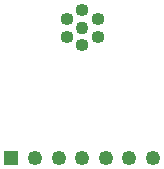
<source format=gbl>
G04 #@! TF.FileFunction,Copper,L2,Bot,Signal*
%FSLAX46Y46*%
G04 Gerber Fmt 4.6, Leading zero omitted, Abs format (unit mm)*
G04 Created by KiCad (PCBNEW 4.0.7-e2-6376~58~ubuntu16.04.1) date Mon Mar 18 20:38:03 2019*
%MOMM*%
%LPD*%
G01*
G04 APERTURE LIST*
%ADD10C,0.100000*%
%ADD11R,1.250000X1.250000*%
%ADD12C,1.250000*%
%ADD13O,1.100000X1.100000*%
%ADD14C,1.100000*%
G04 APERTURE END LIST*
D10*
D11*
X146000000Y-118000000D03*
D12*
X148000000Y-118000000D03*
X150000000Y-118000000D03*
X152000000Y-118000000D03*
X154000000Y-118000000D03*
X156000000Y-118000000D03*
X158000000Y-118000000D03*
D13*
X152000000Y-105500000D03*
X150700962Y-106250000D03*
X150700962Y-107749999D03*
X152000000Y-108500000D03*
X153299038Y-107750000D03*
X153299038Y-106250000D03*
D14*
X152000000Y-107000000D03*
M02*

</source>
